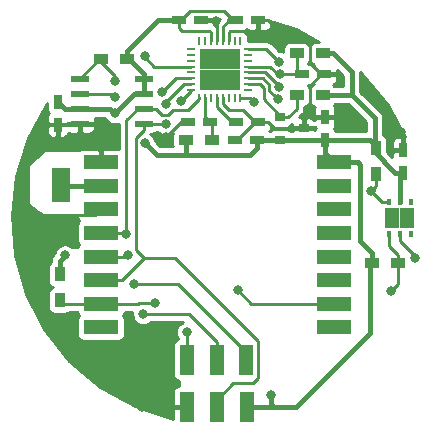
<source format=gtl>
G04 #@! TF.GenerationSoftware,KiCad,Pcbnew,no-vcs-found-7500~57~ubuntu16.04.1*
G04 #@! TF.CreationDate,2017-01-23T15:50:57+02:00*
G04 #@! TF.ProjectId,temperature_humidity,74656D70657261747572655F68756D69,rev?*
G04 #@! TF.FileFunction,Copper,L1,Top,Signal*
G04 #@! TF.FilePolarity,Positive*
%FSLAX46Y46*%
G04 Gerber Fmt 4.6, Leading zero omitted, Abs format (unit mm)*
G04 Created by KiCad (PCBNEW no-vcs-found-7500~57~ubuntu16.04.1) date Mon Jan 23 15:50:57 2017*
%MOMM*%
%LPD*%
G01*
G04 APERTURE LIST*
%ADD10C,0.100000*%
%ADD11R,1.270000X2.500000*%
%ADD12R,1.200000X0.750000*%
%ADD13R,0.750000X1.200000*%
%ADD14R,1.725000X1.725000*%
%ADD15R,0.700000X0.250000*%
%ADD16R,0.250000X0.700000*%
%ADD17R,1.500000X3.000000*%
%ADD18R,1.200000X0.900000*%
%ADD19R,0.900000X1.200000*%
%ADD20R,1.550000X0.600000*%
%ADD21R,0.900000X0.800000*%
%ADD22R,1.300000X0.850000*%
%ADD23R,0.450000X0.630000*%
%ADD24R,3.000000X1.200000*%
%ADD25C,0.800000*%
%ADD26C,0.250000*%
%ADD27C,0.450000*%
%ADD28C,0.254000*%
G04 APERTURE END LIST*
D10*
D11*
X119380000Y-102838000D03*
X116840000Y-102838000D03*
X114300000Y-102838000D03*
X114300000Y-98838000D03*
X116840000Y-98838000D03*
X119340000Y-98838000D03*
D12*
X113604000Y-70104000D03*
X115504000Y-70104000D03*
X116266000Y-78740000D03*
X114366000Y-78740000D03*
X120330000Y-70104000D03*
X118430000Y-70104000D03*
X120330000Y-78740000D03*
X118430000Y-78740000D03*
D13*
X103378000Y-78928000D03*
X103378000Y-77028000D03*
D12*
X124018000Y-74676000D03*
X125918000Y-74676000D03*
X118364000Y-80264000D03*
X120264000Y-80264000D03*
D13*
X132588000Y-81092000D03*
X132588000Y-82992000D03*
X125984000Y-80198000D03*
X125984000Y-78298000D03*
D14*
X117956500Y-73406000D03*
X116231500Y-73406000D03*
X117956500Y-75131000D03*
X116231500Y-75131000D03*
D15*
X119494000Y-72518500D03*
X119494000Y-73018500D03*
X119494000Y-73518500D03*
X119494000Y-74018500D03*
X119494000Y-74518500D03*
X119494000Y-75018500D03*
X119494000Y-75518500D03*
X119494000Y-76018500D03*
D16*
X118844000Y-76668500D03*
X118344000Y-76668500D03*
X117844000Y-76668500D03*
X117344000Y-76668500D03*
X116844000Y-76668500D03*
X116344000Y-76668500D03*
X115844000Y-76668500D03*
X115344000Y-76668500D03*
D15*
X114694000Y-76018500D03*
X114694000Y-75518500D03*
X114694000Y-75018500D03*
X114694000Y-74518500D03*
X114694000Y-74018500D03*
X114694000Y-73518500D03*
X114694000Y-73018500D03*
X114694000Y-72518500D03*
D16*
X115344000Y-71868500D03*
X115844000Y-71868500D03*
X116344000Y-71868500D03*
X116844000Y-71868500D03*
X117344000Y-71868500D03*
X117844000Y-71868500D03*
X118344000Y-71868500D03*
X118844000Y-71868500D03*
D17*
X103632000Y-84020000D03*
D18*
X107020000Y-73406000D03*
X109220000Y-73406000D03*
X123614000Y-76454000D03*
X125814000Y-76454000D03*
X123614000Y-72898000D03*
X125814000Y-72898000D03*
D19*
X130302000Y-80942000D03*
X130302000Y-83142000D03*
D18*
X132164000Y-90678000D03*
X129964000Y-90678000D03*
D19*
X103548000Y-91610000D03*
X103548000Y-93810000D03*
D20*
X110650000Y-75057000D03*
X110650000Y-76327000D03*
X110650000Y-77597000D03*
X110650000Y-78867000D03*
X105250000Y-78867000D03*
X105250000Y-77597000D03*
X105250000Y-76327000D03*
X105250000Y-75057000D03*
D21*
X124206000Y-79248000D03*
X122206000Y-80198000D03*
X122206000Y-78298000D03*
D22*
X131684000Y-87293000D03*
X132984000Y-87293000D03*
X131684000Y-86443000D03*
X132984000Y-86443000D03*
D23*
X131384000Y-85528000D03*
X132334000Y-85528000D03*
X133284000Y-85528000D03*
X133284000Y-88208000D03*
X132334000Y-88208000D03*
X131384000Y-88208000D03*
D24*
X107046000Y-96106000D03*
X107046000Y-94106000D03*
X107046000Y-92106000D03*
X107046000Y-90106000D03*
X107046000Y-88106000D03*
X107046000Y-86106000D03*
X107046000Y-84106000D03*
X107046000Y-82106000D03*
X126746000Y-82106000D03*
X126746000Y-84106000D03*
X126746000Y-86106000D03*
X126746000Y-88106000D03*
X126746000Y-90106000D03*
X126746000Y-92106000D03*
X126746000Y-94106000D03*
X126746000Y-96106000D03*
D18*
X116416000Y-80264000D03*
X114216000Y-80264000D03*
D25*
X133600000Y-90200000D03*
X112522000Y-80010000D03*
X128200000Y-78200000D03*
X132400000Y-79600000D03*
X116796975Y-70121872D03*
X110490000Y-102870000D03*
X122193044Y-74682769D03*
X114300000Y-96520000D03*
X121400000Y-101800000D03*
X104000000Y-90000000D03*
X110744000Y-80518000D03*
X108204000Y-77978000D03*
X108200000Y-76600000D03*
X109824990Y-92456000D03*
X109330023Y-90009577D03*
X113792000Y-76948990D03*
X109193988Y-88200000D03*
X110600000Y-94999992D03*
X112521500Y-78914469D03*
X112548011Y-77230892D03*
X122134383Y-73634397D03*
X118618000Y-92963988D03*
X112212039Y-76175931D03*
X111599994Y-94000000D03*
X122078199Y-75731036D03*
X129875010Y-84582000D03*
X122050023Y-76798569D03*
X131609790Y-93000000D03*
X108200008Y-75200000D03*
X110744000Y-73152000D03*
X119999992Y-77000000D03*
D26*
X107046000Y-86106000D02*
X106552000Y-86600000D01*
X106552000Y-86600000D02*
X102416000Y-86600000D01*
X102416000Y-86600000D02*
X102108000Y-86908000D01*
X102108000Y-86908000D02*
X102108000Y-88646000D01*
X103378000Y-78928000D02*
X102472000Y-78928000D01*
X102472000Y-78928000D02*
X100800000Y-80600000D01*
X100800000Y-87338000D02*
X102108000Y-88646000D01*
X100800000Y-80600000D02*
X100800000Y-87338000D01*
X107046000Y-82106000D02*
X107046000Y-81246000D01*
X107046000Y-81246000D02*
X105250000Y-79450000D01*
X105250000Y-79450000D02*
X105250000Y-78867000D01*
X132334000Y-88208000D02*
X132334000Y-88773000D01*
X132334000Y-88773000D02*
X133600000Y-90039000D01*
X133600000Y-90039000D02*
X133600000Y-90200000D01*
X117344000Y-76568000D02*
X117344000Y-77212000D01*
X117344000Y-77212000D02*
X117856000Y-77724000D01*
X117856000Y-77724000D02*
X119089000Y-77724000D01*
X119089000Y-77724000D02*
X120105000Y-78740000D01*
X120105000Y-78740000D02*
X120330000Y-78740000D01*
X113792000Y-78740000D02*
X112522000Y-80010000D01*
X114366000Y-78740000D02*
X113792000Y-78740000D01*
X125984000Y-78298000D02*
X128102000Y-78298000D01*
X128102000Y-78298000D02*
X128200000Y-78200000D01*
X120330000Y-70104000D02*
X121180000Y-70104000D01*
X121180000Y-70104000D02*
X122704000Y-71628000D01*
X122704000Y-71628000D02*
X124714000Y-71628000D01*
X132588000Y-79788000D02*
X132400000Y-79600000D01*
X132588000Y-81092000D02*
X132588000Y-79788000D01*
X120330000Y-70104000D02*
X120330000Y-70729000D01*
X117844000Y-71292220D02*
X117844000Y-71868500D01*
X120330000Y-70729000D02*
X120059000Y-71000000D01*
X117855999Y-71120001D02*
X117855999Y-71280221D01*
X120059000Y-71000000D02*
X117976000Y-71000000D01*
X117976000Y-71000000D02*
X117855999Y-71120001D01*
X117855999Y-71280221D02*
X117844000Y-71292220D01*
X116844000Y-70168897D02*
X116796975Y-70121872D01*
X116779103Y-70104000D02*
X116796975Y-70121872D01*
X115504000Y-70104000D02*
X116779103Y-70104000D01*
X116844000Y-71868500D02*
X116844000Y-70168897D01*
X120330000Y-70104000D02*
X120105000Y-70104000D01*
X124714000Y-71628000D02*
X124714000Y-73697000D01*
X124714000Y-73697000D02*
X125693000Y-74676000D01*
X125693000Y-74676000D02*
X125918000Y-74676000D01*
X132654000Y-81092000D02*
X132588000Y-81092000D01*
X120330000Y-78740000D02*
X121180000Y-78740000D01*
X121180000Y-78740000D02*
X121688000Y-79248000D01*
X121688000Y-79248000D02*
X124206000Y-79248000D01*
X125984000Y-78298000D02*
X124714000Y-78298000D01*
X124714000Y-78298000D02*
X124506000Y-78298000D01*
X125693000Y-74676000D02*
X124714000Y-75655000D01*
X124714000Y-75655000D02*
X124714000Y-78298000D01*
X102108000Y-88646000D02*
X102108000Y-94742000D01*
X102108000Y-94742000D02*
X110236000Y-102870000D01*
X110236000Y-102870000D02*
X110490000Y-102870000D01*
X114300000Y-102838000D02*
X110522000Y-102838000D01*
X110522000Y-102838000D02*
X110490000Y-102870000D01*
X118364000Y-80264000D02*
X118589000Y-80264000D01*
X118589000Y-80264000D02*
X120113000Y-78740000D01*
X120113000Y-78740000D02*
X120330000Y-78740000D01*
X124506000Y-78298000D02*
X124206000Y-78598000D01*
X124206000Y-78598000D02*
X124206000Y-79248000D01*
X105250000Y-78867000D02*
X103439000Y-78867000D01*
X103439000Y-78867000D02*
X103378000Y-78928000D01*
X118164878Y-78740000D02*
X118430000Y-78740000D01*
X116844000Y-77419122D02*
X118164878Y-78740000D01*
X116844000Y-76568000D02*
X116844000Y-77419122D01*
X122199813Y-74676000D02*
X122193044Y-74682769D01*
X124018000Y-74676000D02*
X122199813Y-74676000D01*
X119494000Y-74018500D02*
X121319363Y-74018500D01*
X121319363Y-74018500D02*
X121983632Y-74682769D01*
X121983632Y-74682769D02*
X122193044Y-74682769D01*
X114300000Y-96520000D02*
X114300000Y-98838000D01*
X123614000Y-72898000D02*
X123614000Y-74338000D01*
X123614000Y-74338000D02*
X123952000Y-74676000D01*
X123952000Y-74676000D02*
X124018000Y-74676000D01*
D27*
X121400000Y-102572000D02*
X121400000Y-101800000D01*
X121666000Y-102838000D02*
X121400000Y-102572000D01*
X129964000Y-90678000D02*
X129800000Y-90842000D01*
X129800000Y-90842000D02*
X129800000Y-96600000D01*
X129800000Y-96600000D02*
X123562000Y-102838000D01*
X123562000Y-102838000D02*
X121666000Y-102838000D01*
X103548000Y-90452000D02*
X104000000Y-90000000D01*
X103548000Y-91610000D02*
X103548000Y-90452000D01*
X114786000Y-81534000D02*
X114334000Y-81534000D01*
X114334000Y-81534000D02*
X114216000Y-81416000D01*
X114216000Y-81416000D02*
X114216000Y-80264000D01*
X114786000Y-81534000D02*
X111760000Y-81534000D01*
X111760000Y-81534000D02*
X110744000Y-80518000D01*
X128254000Y-76454000D02*
X128254000Y-74488000D01*
X125814000Y-72898000D02*
X126664000Y-72898000D01*
X126664000Y-72898000D02*
X128254000Y-74488000D01*
X130200000Y-78400000D02*
X128254000Y-76454000D01*
X130200000Y-80840000D02*
X130200000Y-78400000D01*
X128254000Y-76454000D02*
X125814000Y-76454000D01*
X130302000Y-80942000D02*
X130200000Y-80840000D01*
X132588000Y-82992000D02*
X131948000Y-82992000D01*
X129798000Y-80198000D02*
X125984000Y-80198000D01*
X131948000Y-82992000D02*
X130048000Y-81092000D01*
X130048000Y-81092000D02*
X130048000Y-80448000D01*
X130048000Y-80448000D02*
X129798000Y-80198000D01*
X129964000Y-90678000D02*
X129964000Y-89764000D01*
X128776000Y-82106000D02*
X126746000Y-82106000D01*
X129964000Y-89764000D02*
X129000000Y-88800000D01*
X129000000Y-88800000D02*
X129000000Y-82330000D01*
X129000000Y-82330000D02*
X128776000Y-82106000D01*
X113829000Y-70104000D02*
X113604000Y-70104000D01*
D26*
X114586129Y-69346871D02*
X113829000Y-70104000D01*
X118205000Y-70104000D02*
X117447871Y-69346871D01*
X117447871Y-69346871D02*
X114586129Y-69346871D01*
D27*
X118430000Y-70104000D02*
X118205000Y-70104000D01*
X117910878Y-70104000D02*
X118430000Y-70104000D01*
D26*
X117344000Y-71868500D02*
X117344000Y-70670878D01*
X117344000Y-70670878D02*
X117910878Y-70104000D01*
X113604000Y-70104000D02*
X113604000Y-70729000D01*
X116344000Y-71132000D02*
X116344000Y-71868500D01*
X116212000Y-71000000D02*
X116344000Y-71132000D01*
X113875000Y-71000000D02*
X116212000Y-71000000D01*
X113604000Y-70729000D02*
X113875000Y-71000000D01*
D27*
X113604000Y-70104000D02*
X111822000Y-70104000D01*
X118364000Y-70104000D02*
X118430000Y-70104000D01*
X111822000Y-70104000D02*
X109220000Y-72706000D01*
X109220000Y-72706000D02*
X109220000Y-73406000D01*
X109370000Y-73406000D02*
X110650000Y-74686000D01*
X109220000Y-73406000D02*
X109370000Y-73406000D01*
X110650000Y-74686000D02*
X110650000Y-75057000D01*
X114216000Y-80264000D02*
X114066000Y-80264000D01*
X119380000Y-102838000D02*
X121666000Y-102838000D01*
X108204000Y-77978000D02*
X109855000Y-76327000D01*
X109855000Y-76327000D02*
X110650000Y-76327000D01*
X108204000Y-77978000D02*
X107804001Y-77578001D01*
X107804001Y-77578001D02*
X107333999Y-77578001D01*
X107333999Y-77578001D02*
X107315000Y-77597000D01*
X120264000Y-80264000D02*
X120264000Y-80889000D01*
X120264000Y-80889000D02*
X119619000Y-81534000D01*
X119619000Y-81534000D02*
X114786000Y-81534000D01*
X110650000Y-75057000D02*
X110650000Y-76327000D01*
X125984000Y-80198000D02*
X125984000Y-81344000D01*
X125984000Y-81344000D02*
X126746000Y-82106000D01*
X107315000Y-77597000D02*
X105250000Y-77597000D01*
X132334000Y-85528000D02*
X132334000Y-83246000D01*
X132334000Y-83246000D02*
X132588000Y-82992000D01*
X120264000Y-80264000D02*
X122140000Y-80264000D01*
X122140000Y-80264000D02*
X122206000Y-80198000D01*
X122206000Y-80198000D02*
X125984000Y-80198000D01*
X105250000Y-77597000D02*
X103947000Y-77597000D01*
X103947000Y-77597000D02*
X103378000Y-77028000D01*
D26*
X107927000Y-76327000D02*
X108200000Y-76600000D01*
X105250000Y-76327000D02*
X107927000Y-76327000D01*
X119340000Y-98223000D02*
X113573000Y-92456000D01*
X113573000Y-92456000D02*
X109824990Y-92456000D01*
X119340000Y-98838000D02*
X119340000Y-98223000D01*
X114694000Y-76018500D02*
X114694000Y-76046990D01*
X114694000Y-76046990D02*
X113792000Y-76948990D01*
X109233600Y-90106000D02*
X109330023Y-90009577D01*
X107046000Y-90106000D02*
X109233600Y-90106000D01*
X109193988Y-78578012D02*
X109193988Y-88200000D01*
X109099988Y-88106000D02*
X109193988Y-88200000D01*
X110650000Y-77597000D02*
X110175000Y-77597000D01*
X107046000Y-88106000D02*
X109099988Y-88106000D01*
X110175000Y-77597000D02*
X109193988Y-78578012D01*
X116840000Y-98838000D02*
X116840000Y-97338000D01*
X116840000Y-97338000D02*
X114501992Y-94999992D01*
X114501992Y-94999992D02*
X110600000Y-94999992D01*
X115344000Y-76568000D02*
X115344000Y-76793000D01*
X111675000Y-77597000D02*
X110650000Y-77597000D01*
X112217468Y-78139468D02*
X111675000Y-77597000D01*
X112745534Y-78139468D02*
X112217468Y-78139468D01*
X113161002Y-77724000D02*
X112745534Y-78139468D01*
X115344000Y-76793000D02*
X114413000Y-77724000D01*
X114413000Y-77724000D02*
X113161002Y-77724000D01*
X107014000Y-88138000D02*
X107046000Y-88106000D01*
X107946000Y-88106000D02*
X107046000Y-88106000D01*
X110650000Y-79417000D02*
X110650000Y-78867000D01*
X110650000Y-90252000D02*
X109968998Y-89570998D01*
X109968998Y-89570998D02*
X109968998Y-80098002D01*
X109968998Y-80098002D02*
X110650000Y-79417000D01*
X114694000Y-75518500D02*
X114081500Y-75518500D01*
X114081500Y-75518500D02*
X112578903Y-77021097D01*
X112578903Y-77021097D02*
X112578903Y-77200000D01*
X112578903Y-77200000D02*
X112548011Y-77230892D01*
X112474031Y-78867000D02*
X112521500Y-78914469D01*
X110650000Y-78867000D02*
X112474031Y-78867000D01*
X116840000Y-102838000D02*
X116840000Y-102223000D01*
X116840000Y-102223000D02*
X118225000Y-100838000D01*
X120350001Y-100388001D02*
X120350001Y-97287999D01*
X113314002Y-90252000D02*
X110650000Y-90252000D01*
X118225000Y-100838000D02*
X119900002Y-100838000D01*
X119900002Y-100838000D02*
X120350001Y-100388001D01*
X120350001Y-97287999D02*
X113314002Y-90252000D01*
X107046000Y-92106000D02*
X108796000Y-92106000D01*
X108796000Y-92106000D02*
X110650000Y-90252000D01*
X121018486Y-72518500D02*
X122134383Y-73634397D01*
X119494000Y-72518500D02*
X121018486Y-72518500D01*
X119760012Y-94106000D02*
X118618000Y-92963988D01*
X126746000Y-94106000D02*
X119760012Y-94106000D01*
X113369470Y-75018500D02*
X112212039Y-76175931D01*
X114694000Y-75018500D02*
X113369470Y-75018500D01*
X110252996Y-94000000D02*
X111599994Y-94000000D01*
X110146996Y-94106000D02*
X110252996Y-94000000D01*
X107046000Y-94106000D02*
X110146996Y-94106000D01*
X107046000Y-94106000D02*
X103844000Y-94106000D01*
X103844000Y-94106000D02*
X103548000Y-93810000D01*
D27*
X107046000Y-84106000D02*
X103718000Y-84106000D01*
D26*
X103718000Y-84106000D02*
X103632000Y-84020000D01*
X119494000Y-75518500D02*
X120518500Y-75518500D01*
X120518500Y-75518500D02*
X120800000Y-75800000D01*
X120800000Y-75800000D02*
X120800000Y-76800000D01*
X120800000Y-76800000D02*
X122206000Y-78206000D01*
X122206000Y-78206000D02*
X122206000Y-78298000D01*
X122206000Y-78298000D02*
X122906000Y-78298000D01*
X122906000Y-78298000D02*
X123614000Y-77590000D01*
X123614000Y-77590000D02*
X123614000Y-76454000D01*
X119494000Y-74518500D02*
X120932744Y-74518500D01*
X120932744Y-74518500D02*
X122078199Y-75663955D01*
X122078199Y-75663955D02*
X122078199Y-75731036D01*
X131384000Y-85528000D02*
X130821010Y-85528000D01*
X130302000Y-84155010D02*
X129875010Y-84582000D01*
X130821010Y-85528000D02*
X129875010Y-84582000D01*
X130302000Y-83142000D02*
X130302000Y-84155010D01*
X121650024Y-76398570D02*
X122050023Y-76798569D01*
X121649703Y-76398570D02*
X121650024Y-76398570D01*
X120725622Y-75018500D02*
X121300011Y-75592889D01*
X121300011Y-76048878D02*
X121649703Y-76398570D01*
X119494000Y-75018500D02*
X120725622Y-75018500D01*
X121300011Y-75592889D02*
X121300011Y-76048878D01*
X132164000Y-90678000D02*
X132164000Y-92445790D01*
X132164000Y-92445790D02*
X131609790Y-93000000D01*
X132164000Y-90678000D02*
X132164000Y-89978000D01*
X132164000Y-89978000D02*
X131384000Y-89198000D01*
X131384000Y-89198000D02*
X131384000Y-88208000D01*
X107020000Y-73406000D02*
X107020000Y-73620000D01*
X107020000Y-73620000D02*
X108200008Y-74800008D01*
X108200008Y-74800008D02*
X108200008Y-75200000D01*
X114694000Y-74018500D02*
X111557502Y-74018500D01*
X111557502Y-74018500D02*
X110744000Y-73204998D01*
X110744000Y-73204998D02*
X110744000Y-73152000D01*
X107020000Y-73406000D02*
X106901000Y-73406000D01*
X106901000Y-73406000D02*
X105250000Y-75057000D01*
X115844000Y-76568000D02*
X115844000Y-78318000D01*
X115844000Y-78318000D02*
X116266000Y-78740000D01*
X116416000Y-80264000D02*
X116416000Y-78890000D01*
X116416000Y-78890000D02*
X116266000Y-78740000D01*
X119668492Y-76668500D02*
X119999992Y-77000000D01*
X118844000Y-76668500D02*
X119668492Y-76668500D01*
D28*
G36*
X102473451Y-77628000D02*
X102483626Y-77731310D01*
X102513761Y-77830650D01*
X102562696Y-77922202D01*
X102608137Y-77977572D01*
X102593652Y-77992057D01*
X102535979Y-78078372D01*
X102496252Y-78174280D01*
X102476000Y-78276095D01*
X102476000Y-78723250D01*
X102607750Y-78855000D01*
X103305000Y-78855000D01*
X103305000Y-78835000D01*
X103451000Y-78835000D01*
X103451000Y-78855000D01*
X104148250Y-78855000D01*
X104209250Y-78794000D01*
X105177000Y-78794000D01*
X105177000Y-78774000D01*
X105323000Y-78774000D01*
X105323000Y-78794000D01*
X106420250Y-78794000D01*
X106552000Y-78662250D01*
X106552000Y-78515095D01*
X106531748Y-78413280D01*
X106505122Y-78349000D01*
X107315000Y-78349000D01*
X107352382Y-78345335D01*
X107375522Y-78403780D01*
X107474001Y-78556590D01*
X107600286Y-78687362D01*
X107749566Y-78791114D01*
X107916155Y-78863895D01*
X108093708Y-78902932D01*
X108275463Y-78906740D01*
X108454495Y-78875171D01*
X108541988Y-78841235D01*
X108541988Y-80979000D01*
X107250750Y-80979000D01*
X107119000Y-81110750D01*
X107119000Y-82033000D01*
X107139000Y-82033000D01*
X107139000Y-82179000D01*
X107119000Y-82179000D01*
X107119000Y-82199000D01*
X106973000Y-82199000D01*
X106973000Y-82179000D01*
X106953000Y-82179000D01*
X106953000Y-82033000D01*
X106973000Y-82033000D01*
X106973000Y-81110750D01*
X106841250Y-80979000D01*
X105494095Y-80979000D01*
X105392280Y-80999252D01*
X105296372Y-81038979D01*
X105235028Y-81079967D01*
X105200000Y-81073000D01*
X102400000Y-81073000D01*
X102360541Y-81079285D01*
X102317349Y-81103574D01*
X100917349Y-82303574D01*
X100882667Y-82351399D01*
X100873000Y-82400000D01*
X100873000Y-85600000D01*
X100890720Y-85664706D01*
X100923800Y-85701600D01*
X101723800Y-86301600D01*
X101729553Y-86305670D01*
X102329553Y-86705670D01*
X102400000Y-86727000D01*
X105019000Y-86727000D01*
X105019000Y-86757905D01*
X105039252Y-86859720D01*
X105078979Y-86955628D01*
X105136652Y-87041943D01*
X105201601Y-87106892D01*
X105171552Y-87131552D01*
X105105696Y-87211798D01*
X105056761Y-87303350D01*
X105026626Y-87402690D01*
X105016451Y-87506000D01*
X105016451Y-88706000D01*
X105026626Y-88809310D01*
X105056761Y-88908650D01*
X105105696Y-89000202D01*
X105171552Y-89080448D01*
X105202687Y-89106000D01*
X105171552Y-89131552D01*
X105105696Y-89211798D01*
X105072983Y-89273000D01*
X104579996Y-89273000D01*
X104443037Y-89180621D01*
X104275448Y-89110173D01*
X104097367Y-89073618D01*
X103915577Y-89072349D01*
X103737003Y-89106413D01*
X103568447Y-89174515D01*
X103416328Y-89274058D01*
X103286441Y-89401253D01*
X103183733Y-89551254D01*
X103112117Y-89718347D01*
X103083491Y-89853021D01*
X103016256Y-89920256D01*
X102972174Y-89973922D01*
X102927515Y-90027145D01*
X102925610Y-90030611D01*
X102923100Y-90033666D01*
X102890280Y-90094875D01*
X102856810Y-90155756D01*
X102855614Y-90159526D01*
X102853746Y-90163010D01*
X102833438Y-90229434D01*
X102812433Y-90295650D01*
X102811992Y-90299579D01*
X102810836Y-90303361D01*
X102803820Y-90372439D01*
X102796073Y-90441500D01*
X102796019Y-90449235D01*
X102796005Y-90449375D01*
X102796017Y-90449506D01*
X102796000Y-90452000D01*
X102796000Y-90576096D01*
X102723552Y-90635552D01*
X102657696Y-90715798D01*
X102608761Y-90807350D01*
X102578626Y-90906690D01*
X102568451Y-91010000D01*
X102568451Y-92210000D01*
X102578626Y-92313310D01*
X102608761Y-92412650D01*
X102657696Y-92504202D01*
X102723552Y-92584448D01*
X102803798Y-92650304D01*
X102895350Y-92699239D01*
X102930824Y-92710000D01*
X102895350Y-92720761D01*
X102803798Y-92769696D01*
X102723552Y-92835552D01*
X102657696Y-92915798D01*
X102608761Y-93007350D01*
X102578626Y-93106690D01*
X102568451Y-93210000D01*
X102568451Y-94410000D01*
X102578626Y-94513310D01*
X102608761Y-94612650D01*
X102657696Y-94704202D01*
X102723552Y-94784448D01*
X102803798Y-94850304D01*
X102895350Y-94899239D01*
X102994690Y-94929374D01*
X103098000Y-94939549D01*
X103998000Y-94939549D01*
X104101310Y-94929374D01*
X104200650Y-94899239D01*
X104292202Y-94850304D01*
X104372448Y-94784448D01*
X104394153Y-94758000D01*
X105021572Y-94758000D01*
X105026626Y-94809310D01*
X105056761Y-94908650D01*
X105105696Y-95000202D01*
X105171552Y-95080448D01*
X105202687Y-95106000D01*
X105171552Y-95131552D01*
X105105696Y-95211798D01*
X105056761Y-95303350D01*
X105026626Y-95402690D01*
X105016451Y-95506000D01*
X105016451Y-96706000D01*
X105026626Y-96809310D01*
X105056761Y-96908650D01*
X105105696Y-97000202D01*
X105171552Y-97080448D01*
X105251798Y-97146304D01*
X105343350Y-97195239D01*
X105442690Y-97225374D01*
X105546000Y-97235549D01*
X108546000Y-97235549D01*
X108649310Y-97225374D01*
X108748650Y-97195239D01*
X108840202Y-97146304D01*
X108920448Y-97080448D01*
X108986304Y-97000202D01*
X109035239Y-96908650D01*
X109065374Y-96809310D01*
X109075549Y-96706000D01*
X109075549Y-95506000D01*
X109065374Y-95402690D01*
X109035239Y-95303350D01*
X108986304Y-95211798D01*
X108920448Y-95131552D01*
X108889313Y-95106000D01*
X108920448Y-95080448D01*
X108986304Y-95000202D01*
X109035239Y-94908650D01*
X109065374Y-94809310D01*
X109070428Y-94758000D01*
X109703687Y-94758000D01*
X109674320Y-94896160D01*
X109671782Y-95077937D01*
X109704599Y-95256744D01*
X109771522Y-95425772D01*
X109870001Y-95578582D01*
X109996286Y-95709354D01*
X110145566Y-95813106D01*
X110312155Y-95885887D01*
X110489708Y-95924924D01*
X110671463Y-95928732D01*
X110850495Y-95897163D01*
X111019986Y-95831422D01*
X111173479Y-95734012D01*
X111259609Y-95651992D01*
X113973694Y-95651992D01*
X113868447Y-95694515D01*
X113716328Y-95794058D01*
X113586441Y-95921253D01*
X113483733Y-96071254D01*
X113412117Y-96238347D01*
X113374320Y-96416168D01*
X113371782Y-96597945D01*
X113404599Y-96776752D01*
X113471522Y-96945780D01*
X113552489Y-97071417D01*
X113462350Y-97098761D01*
X113370798Y-97147696D01*
X113290552Y-97213552D01*
X113224696Y-97293798D01*
X113175761Y-97385350D01*
X113145626Y-97484690D01*
X113135451Y-97588000D01*
X113135451Y-100088000D01*
X113145626Y-100191310D01*
X113175761Y-100290650D01*
X113224696Y-100382202D01*
X113290552Y-100462448D01*
X113370798Y-100528304D01*
X113462350Y-100577239D01*
X113561690Y-100607374D01*
X113665000Y-100617549D01*
X113673000Y-100617549D01*
X113673000Y-101061000D01*
X113613095Y-101061000D01*
X113511280Y-101081252D01*
X113415372Y-101120979D01*
X113329057Y-101178652D01*
X113255652Y-101252057D01*
X113197979Y-101338372D01*
X113158252Y-101434280D01*
X113138000Y-101536095D01*
X113138000Y-102633250D01*
X113269750Y-102765000D01*
X113673000Y-102765000D01*
X113673000Y-102911000D01*
X113269750Y-102911000D01*
X113138000Y-103042750D01*
X113138000Y-103828217D01*
X113111743Y-103825086D01*
X109889098Y-102777985D01*
X106931212Y-101124878D01*
X104350748Y-98928731D01*
X102245995Y-96273194D01*
X100697124Y-93259417D01*
X99763130Y-90002192D01*
X99479588Y-86625587D01*
X99857300Y-83258216D01*
X100881877Y-80028340D01*
X101374231Y-79132750D01*
X102476000Y-79132750D01*
X102476000Y-79579905D01*
X102496252Y-79681720D01*
X102535979Y-79777628D01*
X102593652Y-79863943D01*
X102667057Y-79937348D01*
X102753372Y-79995021D01*
X102849280Y-80034748D01*
X102951095Y-80055000D01*
X103173250Y-80055000D01*
X103305000Y-79923250D01*
X103305000Y-79001000D01*
X103451000Y-79001000D01*
X103451000Y-79923250D01*
X103582750Y-80055000D01*
X103804905Y-80055000D01*
X103906720Y-80034748D01*
X104002628Y-79995021D01*
X104088943Y-79937348D01*
X104162348Y-79863943D01*
X104220021Y-79777628D01*
X104259748Y-79681720D01*
X104265897Y-79650807D01*
X104321280Y-79673748D01*
X104423095Y-79694000D01*
X105045250Y-79694000D01*
X105177000Y-79562250D01*
X105177000Y-78940000D01*
X105323000Y-78940000D01*
X105323000Y-79562250D01*
X105454750Y-79694000D01*
X106076905Y-79694000D01*
X106178720Y-79673748D01*
X106274628Y-79634021D01*
X106360943Y-79576348D01*
X106434348Y-79502943D01*
X106492021Y-79416628D01*
X106531748Y-79320720D01*
X106552000Y-79218905D01*
X106552000Y-79071750D01*
X106420250Y-78940000D01*
X105323000Y-78940000D01*
X105177000Y-78940000D01*
X104079750Y-78940000D01*
X104018750Y-79001000D01*
X103451000Y-79001000D01*
X103305000Y-79001000D01*
X102607750Y-79001000D01*
X102476000Y-79132750D01*
X101374231Y-79132750D01*
X102473451Y-77133277D01*
X102473451Y-77628000D01*
X102473451Y-77628000D01*
G37*
X102473451Y-77628000D02*
X102483626Y-77731310D01*
X102513761Y-77830650D01*
X102562696Y-77922202D01*
X102608137Y-77977572D01*
X102593652Y-77992057D01*
X102535979Y-78078372D01*
X102496252Y-78174280D01*
X102476000Y-78276095D01*
X102476000Y-78723250D01*
X102607750Y-78855000D01*
X103305000Y-78855000D01*
X103305000Y-78835000D01*
X103451000Y-78835000D01*
X103451000Y-78855000D01*
X104148250Y-78855000D01*
X104209250Y-78794000D01*
X105177000Y-78794000D01*
X105177000Y-78774000D01*
X105323000Y-78774000D01*
X105323000Y-78794000D01*
X106420250Y-78794000D01*
X106552000Y-78662250D01*
X106552000Y-78515095D01*
X106531748Y-78413280D01*
X106505122Y-78349000D01*
X107315000Y-78349000D01*
X107352382Y-78345335D01*
X107375522Y-78403780D01*
X107474001Y-78556590D01*
X107600286Y-78687362D01*
X107749566Y-78791114D01*
X107916155Y-78863895D01*
X108093708Y-78902932D01*
X108275463Y-78906740D01*
X108454495Y-78875171D01*
X108541988Y-78841235D01*
X108541988Y-80979000D01*
X107250750Y-80979000D01*
X107119000Y-81110750D01*
X107119000Y-82033000D01*
X107139000Y-82033000D01*
X107139000Y-82179000D01*
X107119000Y-82179000D01*
X107119000Y-82199000D01*
X106973000Y-82199000D01*
X106973000Y-82179000D01*
X106953000Y-82179000D01*
X106953000Y-82033000D01*
X106973000Y-82033000D01*
X106973000Y-81110750D01*
X106841250Y-80979000D01*
X105494095Y-80979000D01*
X105392280Y-80999252D01*
X105296372Y-81038979D01*
X105235028Y-81079967D01*
X105200000Y-81073000D01*
X102400000Y-81073000D01*
X102360541Y-81079285D01*
X102317349Y-81103574D01*
X100917349Y-82303574D01*
X100882667Y-82351399D01*
X100873000Y-82400000D01*
X100873000Y-85600000D01*
X100890720Y-85664706D01*
X100923800Y-85701600D01*
X101723800Y-86301600D01*
X101729553Y-86305670D01*
X102329553Y-86705670D01*
X102400000Y-86727000D01*
X105019000Y-86727000D01*
X105019000Y-86757905D01*
X105039252Y-86859720D01*
X105078979Y-86955628D01*
X105136652Y-87041943D01*
X105201601Y-87106892D01*
X105171552Y-87131552D01*
X105105696Y-87211798D01*
X105056761Y-87303350D01*
X105026626Y-87402690D01*
X105016451Y-87506000D01*
X105016451Y-88706000D01*
X105026626Y-88809310D01*
X105056761Y-88908650D01*
X105105696Y-89000202D01*
X105171552Y-89080448D01*
X105202687Y-89106000D01*
X105171552Y-89131552D01*
X105105696Y-89211798D01*
X105072983Y-89273000D01*
X104579996Y-89273000D01*
X104443037Y-89180621D01*
X104275448Y-89110173D01*
X104097367Y-89073618D01*
X103915577Y-89072349D01*
X103737003Y-89106413D01*
X103568447Y-89174515D01*
X103416328Y-89274058D01*
X103286441Y-89401253D01*
X103183733Y-89551254D01*
X103112117Y-89718347D01*
X103083491Y-89853021D01*
X103016256Y-89920256D01*
X102972174Y-89973922D01*
X102927515Y-90027145D01*
X102925610Y-90030611D01*
X102923100Y-90033666D01*
X102890280Y-90094875D01*
X102856810Y-90155756D01*
X102855614Y-90159526D01*
X102853746Y-90163010D01*
X102833438Y-90229434D01*
X102812433Y-90295650D01*
X102811992Y-90299579D01*
X102810836Y-90303361D01*
X102803820Y-90372439D01*
X102796073Y-90441500D01*
X102796019Y-90449235D01*
X102796005Y-90449375D01*
X102796017Y-90449506D01*
X102796000Y-90452000D01*
X102796000Y-90576096D01*
X102723552Y-90635552D01*
X102657696Y-90715798D01*
X102608761Y-90807350D01*
X102578626Y-90906690D01*
X102568451Y-91010000D01*
X102568451Y-92210000D01*
X102578626Y-92313310D01*
X102608761Y-92412650D01*
X102657696Y-92504202D01*
X102723552Y-92584448D01*
X102803798Y-92650304D01*
X102895350Y-92699239D01*
X102930824Y-92710000D01*
X102895350Y-92720761D01*
X102803798Y-92769696D01*
X102723552Y-92835552D01*
X102657696Y-92915798D01*
X102608761Y-93007350D01*
X102578626Y-93106690D01*
X102568451Y-93210000D01*
X102568451Y-94410000D01*
X102578626Y-94513310D01*
X102608761Y-94612650D01*
X102657696Y-94704202D01*
X102723552Y-94784448D01*
X102803798Y-94850304D01*
X102895350Y-94899239D01*
X102994690Y-94929374D01*
X103098000Y-94939549D01*
X103998000Y-94939549D01*
X104101310Y-94929374D01*
X104200650Y-94899239D01*
X104292202Y-94850304D01*
X104372448Y-94784448D01*
X104394153Y-94758000D01*
X105021572Y-94758000D01*
X105026626Y-94809310D01*
X105056761Y-94908650D01*
X105105696Y-95000202D01*
X105171552Y-95080448D01*
X105202687Y-95106000D01*
X105171552Y-95131552D01*
X105105696Y-95211798D01*
X105056761Y-95303350D01*
X105026626Y-95402690D01*
X105016451Y-95506000D01*
X105016451Y-96706000D01*
X105026626Y-96809310D01*
X105056761Y-96908650D01*
X105105696Y-97000202D01*
X105171552Y-97080448D01*
X105251798Y-97146304D01*
X105343350Y-97195239D01*
X105442690Y-97225374D01*
X105546000Y-97235549D01*
X108546000Y-97235549D01*
X108649310Y-97225374D01*
X108748650Y-97195239D01*
X108840202Y-97146304D01*
X108920448Y-97080448D01*
X108986304Y-97000202D01*
X109035239Y-96908650D01*
X109065374Y-96809310D01*
X109075549Y-96706000D01*
X109075549Y-95506000D01*
X109065374Y-95402690D01*
X109035239Y-95303350D01*
X108986304Y-95211798D01*
X108920448Y-95131552D01*
X108889313Y-95106000D01*
X108920448Y-95080448D01*
X108986304Y-95000202D01*
X109035239Y-94908650D01*
X109065374Y-94809310D01*
X109070428Y-94758000D01*
X109703687Y-94758000D01*
X109674320Y-94896160D01*
X109671782Y-95077937D01*
X109704599Y-95256744D01*
X109771522Y-95425772D01*
X109870001Y-95578582D01*
X109996286Y-95709354D01*
X110145566Y-95813106D01*
X110312155Y-95885887D01*
X110489708Y-95924924D01*
X110671463Y-95928732D01*
X110850495Y-95897163D01*
X111019986Y-95831422D01*
X111173479Y-95734012D01*
X111259609Y-95651992D01*
X113973694Y-95651992D01*
X113868447Y-95694515D01*
X113716328Y-95794058D01*
X113586441Y-95921253D01*
X113483733Y-96071254D01*
X113412117Y-96238347D01*
X113374320Y-96416168D01*
X113371782Y-96597945D01*
X113404599Y-96776752D01*
X113471522Y-96945780D01*
X113552489Y-97071417D01*
X113462350Y-97098761D01*
X113370798Y-97147696D01*
X113290552Y-97213552D01*
X113224696Y-97293798D01*
X113175761Y-97385350D01*
X113145626Y-97484690D01*
X113135451Y-97588000D01*
X113135451Y-100088000D01*
X113145626Y-100191310D01*
X113175761Y-100290650D01*
X113224696Y-100382202D01*
X113290552Y-100462448D01*
X113370798Y-100528304D01*
X113462350Y-100577239D01*
X113561690Y-100607374D01*
X113665000Y-100617549D01*
X113673000Y-100617549D01*
X113673000Y-101061000D01*
X113613095Y-101061000D01*
X113511280Y-101081252D01*
X113415372Y-101120979D01*
X113329057Y-101178652D01*
X113255652Y-101252057D01*
X113197979Y-101338372D01*
X113158252Y-101434280D01*
X113138000Y-101536095D01*
X113138000Y-102633250D01*
X113269750Y-102765000D01*
X113673000Y-102765000D01*
X113673000Y-102911000D01*
X113269750Y-102911000D01*
X113138000Y-103042750D01*
X113138000Y-103828217D01*
X113111743Y-103825086D01*
X109889098Y-102777985D01*
X106931212Y-101124878D01*
X104350748Y-98928731D01*
X102245995Y-96273194D01*
X100697124Y-93259417D01*
X99763130Y-90002192D01*
X99479588Y-86625587D01*
X99857300Y-83258216D01*
X100881877Y-80028340D01*
X101374231Y-79132750D01*
X102476000Y-79132750D01*
X102476000Y-79579905D01*
X102496252Y-79681720D01*
X102535979Y-79777628D01*
X102593652Y-79863943D01*
X102667057Y-79937348D01*
X102753372Y-79995021D01*
X102849280Y-80034748D01*
X102951095Y-80055000D01*
X103173250Y-80055000D01*
X103305000Y-79923250D01*
X103305000Y-79001000D01*
X103451000Y-79001000D01*
X103451000Y-79923250D01*
X103582750Y-80055000D01*
X103804905Y-80055000D01*
X103906720Y-80034748D01*
X104002628Y-79995021D01*
X104088943Y-79937348D01*
X104162348Y-79863943D01*
X104220021Y-79777628D01*
X104259748Y-79681720D01*
X104265897Y-79650807D01*
X104321280Y-79673748D01*
X104423095Y-79694000D01*
X105045250Y-79694000D01*
X105177000Y-79562250D01*
X105177000Y-78940000D01*
X105323000Y-78940000D01*
X105323000Y-79562250D01*
X105454750Y-79694000D01*
X106076905Y-79694000D01*
X106178720Y-79673748D01*
X106274628Y-79634021D01*
X106360943Y-79576348D01*
X106434348Y-79502943D01*
X106492021Y-79416628D01*
X106531748Y-79320720D01*
X106552000Y-79218905D01*
X106552000Y-79071750D01*
X106420250Y-78940000D01*
X105323000Y-78940000D01*
X105177000Y-78940000D01*
X104079750Y-78940000D01*
X104018750Y-79001000D01*
X103451000Y-79001000D01*
X103305000Y-79001000D01*
X102607750Y-79001000D01*
X102476000Y-79132750D01*
X101374231Y-79132750D01*
X102473451Y-77133277D01*
X102473451Y-77628000D01*
G36*
X107119000Y-86033000D02*
X107139000Y-86033000D01*
X107139000Y-86179000D01*
X107119000Y-86179000D01*
X107119000Y-86199000D01*
X106973000Y-86199000D01*
X106973000Y-86179000D01*
X106953000Y-86179000D01*
X106953000Y-86033000D01*
X106973000Y-86033000D01*
X106973000Y-86013000D01*
X107119000Y-86013000D01*
X107119000Y-86033000D01*
X107119000Y-86033000D01*
G37*
X107119000Y-86033000D02*
X107139000Y-86033000D01*
X107139000Y-86179000D01*
X107119000Y-86179000D01*
X107119000Y-86199000D01*
X106973000Y-86199000D01*
X106973000Y-86179000D01*
X106953000Y-86179000D01*
X106953000Y-86033000D01*
X106973000Y-86033000D01*
X106973000Y-86013000D01*
X107119000Y-86013000D01*
X107119000Y-86033000D01*
G36*
X129159641Y-74634068D02*
X131301265Y-77259958D01*
X132758025Y-79999725D01*
X132661000Y-80096750D01*
X132661000Y-81019000D01*
X132681000Y-81019000D01*
X132681000Y-81165000D01*
X132661000Y-81165000D01*
X132661000Y-81185000D01*
X132515000Y-81185000D01*
X132515000Y-81165000D01*
X131817750Y-81165000D01*
X131686000Y-81296750D01*
X131686000Y-81666512D01*
X131281549Y-81262061D01*
X131281549Y-80440095D01*
X131686000Y-80440095D01*
X131686000Y-80887250D01*
X131817750Y-81019000D01*
X132515000Y-81019000D01*
X132515000Y-80096750D01*
X132383250Y-79965000D01*
X132161095Y-79965000D01*
X132059280Y-79985252D01*
X131963372Y-80024979D01*
X131877057Y-80082652D01*
X131803652Y-80156057D01*
X131745979Y-80242372D01*
X131706252Y-80338280D01*
X131686000Y-80440095D01*
X131281549Y-80440095D01*
X131281549Y-80342000D01*
X131271374Y-80238690D01*
X131241239Y-80139350D01*
X131192304Y-80047798D01*
X131126448Y-79967552D01*
X131046202Y-79901696D01*
X130954650Y-79852761D01*
X130952000Y-79851957D01*
X130952000Y-78400000D01*
X130945222Y-78330870D01*
X130939167Y-78261669D01*
X130938064Y-78257872D01*
X130937678Y-78253936D01*
X130917605Y-78187451D01*
X130898222Y-78120731D01*
X130896401Y-78117219D01*
X130895259Y-78113435D01*
X130862664Y-78052134D01*
X130830681Y-77990432D01*
X130828213Y-77987340D01*
X130826357Y-77983850D01*
X130782494Y-77930068D01*
X130739118Y-77875732D01*
X130733686Y-77870224D01*
X130733597Y-77870115D01*
X130733496Y-77870031D01*
X130731745Y-77868256D01*
X129006000Y-76142512D01*
X129006000Y-74506965D01*
X129159641Y-74634068D01*
X129159641Y-74634068D01*
G37*
X129159641Y-74634068D02*
X131301265Y-77259958D01*
X132758025Y-79999725D01*
X132661000Y-80096750D01*
X132661000Y-81019000D01*
X132681000Y-81019000D01*
X132681000Y-81165000D01*
X132661000Y-81165000D01*
X132661000Y-81185000D01*
X132515000Y-81185000D01*
X132515000Y-81165000D01*
X131817750Y-81165000D01*
X131686000Y-81296750D01*
X131686000Y-81666512D01*
X131281549Y-81262061D01*
X131281549Y-80440095D01*
X131686000Y-80440095D01*
X131686000Y-80887250D01*
X131817750Y-81019000D01*
X132515000Y-81019000D01*
X132515000Y-80096750D01*
X132383250Y-79965000D01*
X132161095Y-79965000D01*
X132059280Y-79985252D01*
X131963372Y-80024979D01*
X131877057Y-80082652D01*
X131803652Y-80156057D01*
X131745979Y-80242372D01*
X131706252Y-80338280D01*
X131686000Y-80440095D01*
X131281549Y-80440095D01*
X131281549Y-80342000D01*
X131271374Y-80238690D01*
X131241239Y-80139350D01*
X131192304Y-80047798D01*
X131126448Y-79967552D01*
X131046202Y-79901696D01*
X130954650Y-79852761D01*
X130952000Y-79851957D01*
X130952000Y-78400000D01*
X130945222Y-78330870D01*
X130939167Y-78261669D01*
X130938064Y-78257872D01*
X130937678Y-78253936D01*
X130917605Y-78187451D01*
X130898222Y-78120731D01*
X130896401Y-78117219D01*
X130895259Y-78113435D01*
X130862664Y-78052134D01*
X130830681Y-77990432D01*
X130828213Y-77987340D01*
X130826357Y-77983850D01*
X130782494Y-77930068D01*
X130739118Y-77875732D01*
X130733686Y-77870224D01*
X130733597Y-77870115D01*
X130733496Y-77870031D01*
X130731745Y-77868256D01*
X129006000Y-76142512D01*
X129006000Y-74506965D01*
X129159641Y-74634068D01*
G36*
X111917786Y-79623831D02*
X112067066Y-79727583D01*
X112233655Y-79800364D01*
X112411208Y-79839401D01*
X112592963Y-79843209D01*
X112771995Y-79811640D01*
X112941486Y-79745899D01*
X113094979Y-79648489D01*
X113123829Y-79621016D01*
X113096626Y-79710690D01*
X113086451Y-79814000D01*
X113086451Y-80714000D01*
X113093148Y-80782000D01*
X112071488Y-80782000D01*
X111659793Y-80370305D01*
X111635729Y-80248771D01*
X111566452Y-80080694D01*
X111465849Y-79929274D01*
X111337751Y-79800278D01*
X111222506Y-79722545D01*
X111236797Y-79696549D01*
X111425000Y-79696549D01*
X111528310Y-79686374D01*
X111627650Y-79656239D01*
X111719202Y-79607304D01*
X111799448Y-79541448D01*
X111817265Y-79519738D01*
X111917786Y-79623831D01*
X111917786Y-79623831D01*
G37*
X111917786Y-79623831D02*
X112067066Y-79727583D01*
X112233655Y-79800364D01*
X112411208Y-79839401D01*
X112592963Y-79843209D01*
X112771995Y-79811640D01*
X112941486Y-79745899D01*
X113094979Y-79648489D01*
X113123829Y-79621016D01*
X113096626Y-79710690D01*
X113086451Y-79814000D01*
X113086451Y-80714000D01*
X113093148Y-80782000D01*
X112071488Y-80782000D01*
X111659793Y-80370305D01*
X111635729Y-80248771D01*
X111566452Y-80080694D01*
X111465849Y-79929274D01*
X111337751Y-79800278D01*
X111222506Y-79722545D01*
X111236797Y-79696549D01*
X111425000Y-79696549D01*
X111528310Y-79686374D01*
X111627650Y-79656239D01*
X111719202Y-79607304D01*
X111799448Y-79541448D01*
X111817265Y-79519738D01*
X111917786Y-79623831D01*
G36*
X118437000Y-80191000D02*
X118457000Y-80191000D01*
X118457000Y-80337000D01*
X118437000Y-80337000D01*
X118437000Y-80357000D01*
X118291000Y-80357000D01*
X118291000Y-80337000D01*
X118271000Y-80337000D01*
X118271000Y-80191000D01*
X118291000Y-80191000D01*
X118291000Y-80171000D01*
X118437000Y-80171000D01*
X118437000Y-80191000D01*
X118437000Y-80191000D01*
G37*
X118437000Y-80191000D02*
X118457000Y-80191000D01*
X118457000Y-80337000D01*
X118437000Y-80337000D01*
X118437000Y-80357000D01*
X118291000Y-80357000D01*
X118291000Y-80337000D01*
X118271000Y-80337000D01*
X118271000Y-80191000D01*
X118291000Y-80191000D01*
X118291000Y-80171000D01*
X118437000Y-80171000D01*
X118437000Y-80191000D01*
G36*
X124724761Y-77106650D02*
X124773696Y-77198202D01*
X124839552Y-77278448D01*
X124919798Y-77344304D01*
X125011350Y-77393239D01*
X125110690Y-77423374D01*
X125155719Y-77427809D01*
X125141979Y-77448372D01*
X125102252Y-77544280D01*
X125082000Y-77646095D01*
X125082000Y-78093250D01*
X125213750Y-78225000D01*
X125911000Y-78225000D01*
X125911000Y-78205000D01*
X126057000Y-78205000D01*
X126057000Y-78225000D01*
X126754250Y-78225000D01*
X126886000Y-78093250D01*
X126886000Y-77646095D01*
X126865748Y-77544280D01*
X126826021Y-77448372D01*
X126768348Y-77362057D01*
X126731486Y-77325195D01*
X126788448Y-77278448D01*
X126847904Y-77206000D01*
X127942512Y-77206000D01*
X129448000Y-78711489D01*
X129448000Y-79446000D01*
X126863604Y-79446000D01*
X126848239Y-79395350D01*
X126799304Y-79303798D01*
X126753863Y-79248428D01*
X126768348Y-79233943D01*
X126826021Y-79147628D01*
X126865748Y-79051720D01*
X126886000Y-78949905D01*
X126886000Y-78502750D01*
X126754250Y-78371000D01*
X126057000Y-78371000D01*
X126057000Y-78391000D01*
X125911000Y-78391000D01*
X125911000Y-78371000D01*
X125213750Y-78371000D01*
X125082000Y-78502750D01*
X125082000Y-78536979D01*
X125065348Y-78512057D01*
X124991943Y-78438652D01*
X124905628Y-78380979D01*
X124809720Y-78341252D01*
X124707905Y-78321000D01*
X124410750Y-78321000D01*
X124279000Y-78452750D01*
X124279000Y-79175000D01*
X125051250Y-79175000D01*
X125123422Y-79102828D01*
X125141979Y-79147628D01*
X125199652Y-79233943D01*
X125214137Y-79248428D01*
X125168696Y-79303798D01*
X125121795Y-79391545D01*
X125051250Y-79321000D01*
X124279000Y-79321000D01*
X124279000Y-79341000D01*
X124133000Y-79341000D01*
X124133000Y-79321000D01*
X123360750Y-79321000D01*
X123235750Y-79446000D01*
X123048871Y-79446000D01*
X123030448Y-79423552D01*
X122950202Y-79357696D01*
X122858650Y-79308761D01*
X122759310Y-79278626D01*
X122656000Y-79268451D01*
X121756000Y-79268451D01*
X121652690Y-79278626D01*
X121553350Y-79308761D01*
X121461798Y-79357696D01*
X121381552Y-79423552D01*
X121315696Y-79503798D01*
X121311312Y-79512000D01*
X121278291Y-79512000D01*
X121339348Y-79450943D01*
X121397021Y-79364628D01*
X121436748Y-79268720D01*
X121457000Y-79166905D01*
X121457000Y-79134366D01*
X121461798Y-79138304D01*
X121553350Y-79187239D01*
X121652690Y-79217374D01*
X121756000Y-79227549D01*
X122656000Y-79227549D01*
X122759310Y-79217374D01*
X122858650Y-79187239D01*
X122950202Y-79138304D01*
X123030448Y-79072448D01*
X123096304Y-78992202D01*
X123142984Y-78904869D01*
X123148132Y-78903373D01*
X123151177Y-78901795D01*
X123154458Y-78900804D01*
X123207633Y-78872530D01*
X123229000Y-78861455D01*
X123229000Y-79043250D01*
X123360750Y-79175000D01*
X124133000Y-79175000D01*
X124133000Y-78452750D01*
X124001250Y-78321000D01*
X123805067Y-78321000D01*
X124075033Y-78051034D01*
X124113285Y-78004465D01*
X124151974Y-77958358D01*
X124153624Y-77955356D01*
X124155802Y-77952705D01*
X124184283Y-77899589D01*
X124213276Y-77846850D01*
X124214312Y-77843584D01*
X124215933Y-77840561D01*
X124233556Y-77782920D01*
X124251752Y-77725558D01*
X124252134Y-77722154D01*
X124253137Y-77718873D01*
X124259228Y-77658907D01*
X124265936Y-77599103D01*
X124265983Y-77592403D01*
X124265996Y-77592276D01*
X124265985Y-77592158D01*
X124266000Y-77590000D01*
X124266000Y-77428428D01*
X124317310Y-77423374D01*
X124416650Y-77393239D01*
X124508202Y-77344304D01*
X124588448Y-77278448D01*
X124654304Y-77198202D01*
X124703239Y-77106650D01*
X124714000Y-77071176D01*
X124724761Y-77106650D01*
X124724761Y-77106650D01*
G37*
X124724761Y-77106650D02*
X124773696Y-77198202D01*
X124839552Y-77278448D01*
X124919798Y-77344304D01*
X125011350Y-77393239D01*
X125110690Y-77423374D01*
X125155719Y-77427809D01*
X125141979Y-77448372D01*
X125102252Y-77544280D01*
X125082000Y-77646095D01*
X125082000Y-78093250D01*
X125213750Y-78225000D01*
X125911000Y-78225000D01*
X125911000Y-78205000D01*
X126057000Y-78205000D01*
X126057000Y-78225000D01*
X126754250Y-78225000D01*
X126886000Y-78093250D01*
X126886000Y-77646095D01*
X126865748Y-77544280D01*
X126826021Y-77448372D01*
X126768348Y-77362057D01*
X126731486Y-77325195D01*
X126788448Y-77278448D01*
X126847904Y-77206000D01*
X127942512Y-77206000D01*
X129448000Y-78711489D01*
X129448000Y-79446000D01*
X126863604Y-79446000D01*
X126848239Y-79395350D01*
X126799304Y-79303798D01*
X126753863Y-79248428D01*
X126768348Y-79233943D01*
X126826021Y-79147628D01*
X126865748Y-79051720D01*
X126886000Y-78949905D01*
X126886000Y-78502750D01*
X126754250Y-78371000D01*
X126057000Y-78371000D01*
X126057000Y-78391000D01*
X125911000Y-78391000D01*
X125911000Y-78371000D01*
X125213750Y-78371000D01*
X125082000Y-78502750D01*
X125082000Y-78536979D01*
X125065348Y-78512057D01*
X124991943Y-78438652D01*
X124905628Y-78380979D01*
X124809720Y-78341252D01*
X124707905Y-78321000D01*
X124410750Y-78321000D01*
X124279000Y-78452750D01*
X124279000Y-79175000D01*
X125051250Y-79175000D01*
X125123422Y-79102828D01*
X125141979Y-79147628D01*
X125199652Y-79233943D01*
X125214137Y-79248428D01*
X125168696Y-79303798D01*
X125121795Y-79391545D01*
X125051250Y-79321000D01*
X124279000Y-79321000D01*
X124279000Y-79341000D01*
X124133000Y-79341000D01*
X124133000Y-79321000D01*
X123360750Y-79321000D01*
X123235750Y-79446000D01*
X123048871Y-79446000D01*
X123030448Y-79423552D01*
X122950202Y-79357696D01*
X122858650Y-79308761D01*
X122759310Y-79278626D01*
X122656000Y-79268451D01*
X121756000Y-79268451D01*
X121652690Y-79278626D01*
X121553350Y-79308761D01*
X121461798Y-79357696D01*
X121381552Y-79423552D01*
X121315696Y-79503798D01*
X121311312Y-79512000D01*
X121278291Y-79512000D01*
X121339348Y-79450943D01*
X121397021Y-79364628D01*
X121436748Y-79268720D01*
X121457000Y-79166905D01*
X121457000Y-79134366D01*
X121461798Y-79138304D01*
X121553350Y-79187239D01*
X121652690Y-79217374D01*
X121756000Y-79227549D01*
X122656000Y-79227549D01*
X122759310Y-79217374D01*
X122858650Y-79187239D01*
X122950202Y-79138304D01*
X123030448Y-79072448D01*
X123096304Y-78992202D01*
X123142984Y-78904869D01*
X123148132Y-78903373D01*
X123151177Y-78901795D01*
X123154458Y-78900804D01*
X123207633Y-78872530D01*
X123229000Y-78861455D01*
X123229000Y-79043250D01*
X123360750Y-79175000D01*
X124133000Y-79175000D01*
X124133000Y-78452750D01*
X124001250Y-78321000D01*
X123805067Y-78321000D01*
X124075033Y-78051034D01*
X124113285Y-78004465D01*
X124151974Y-77958358D01*
X124153624Y-77955356D01*
X124155802Y-77952705D01*
X124184283Y-77899589D01*
X124213276Y-77846850D01*
X124214312Y-77843584D01*
X124215933Y-77840561D01*
X124233556Y-77782920D01*
X124251752Y-77725558D01*
X124252134Y-77722154D01*
X124253137Y-77718873D01*
X124259228Y-77658907D01*
X124265936Y-77599103D01*
X124265983Y-77592403D01*
X124265996Y-77592276D01*
X124265985Y-77592158D01*
X124266000Y-77590000D01*
X124266000Y-77428428D01*
X124317310Y-77423374D01*
X124416650Y-77393239D01*
X124508202Y-77344304D01*
X124588448Y-77278448D01*
X124654304Y-77198202D01*
X124703239Y-77106650D01*
X124714000Y-77071176D01*
X124724761Y-77106650D01*
G36*
X114439000Y-78667000D02*
X114459000Y-78667000D01*
X114459000Y-78813000D01*
X114439000Y-78813000D01*
X114439000Y-78833000D01*
X114293000Y-78833000D01*
X114293000Y-78813000D01*
X114273000Y-78813000D01*
X114273000Y-78667000D01*
X114293000Y-78667000D01*
X114293000Y-78647000D01*
X114439000Y-78647000D01*
X114439000Y-78667000D01*
X114439000Y-78667000D01*
G37*
X114439000Y-78667000D02*
X114459000Y-78667000D01*
X114459000Y-78813000D01*
X114439000Y-78813000D01*
X114439000Y-78833000D01*
X114293000Y-78833000D01*
X114293000Y-78813000D01*
X114273000Y-78813000D01*
X114273000Y-78667000D01*
X114293000Y-78667000D01*
X114293000Y-78647000D01*
X114439000Y-78647000D01*
X114439000Y-78667000D01*
G36*
X120403000Y-78667000D02*
X120423000Y-78667000D01*
X120423000Y-78813000D01*
X120403000Y-78813000D01*
X120403000Y-78833000D01*
X120257000Y-78833000D01*
X120257000Y-78813000D01*
X120237000Y-78813000D01*
X120237000Y-78667000D01*
X120257000Y-78667000D01*
X120257000Y-78647000D01*
X120403000Y-78647000D01*
X120403000Y-78667000D01*
X120403000Y-78667000D01*
G37*
X120403000Y-78667000D02*
X120423000Y-78667000D01*
X120423000Y-78813000D01*
X120403000Y-78813000D01*
X120403000Y-78833000D01*
X120257000Y-78833000D01*
X120257000Y-78813000D01*
X120237000Y-78813000D01*
X120237000Y-78667000D01*
X120257000Y-78667000D01*
X120257000Y-78647000D01*
X120403000Y-78647000D01*
X120403000Y-78667000D01*
G36*
X124982057Y-75460348D02*
X125047212Y-75503882D01*
X125011350Y-75514761D01*
X124919798Y-75563696D01*
X124839552Y-75629552D01*
X124773696Y-75709798D01*
X124724761Y-75801350D01*
X124714000Y-75836824D01*
X124703239Y-75801350D01*
X124654304Y-75709798D01*
X124588448Y-75629552D01*
X124528737Y-75580549D01*
X124618000Y-75580549D01*
X124721310Y-75570374D01*
X124820650Y-75540239D01*
X124912202Y-75491304D01*
X124967572Y-75445863D01*
X124982057Y-75460348D01*
X124982057Y-75460348D01*
G37*
X124982057Y-75460348D02*
X125047212Y-75503882D01*
X125011350Y-75514761D01*
X124919798Y-75563696D01*
X124839552Y-75629552D01*
X124773696Y-75709798D01*
X124724761Y-75801350D01*
X124714000Y-75836824D01*
X124703239Y-75801350D01*
X124654304Y-75709798D01*
X124588448Y-75629552D01*
X124528737Y-75580549D01*
X124618000Y-75580549D01*
X124721310Y-75570374D01*
X124820650Y-75540239D01*
X124912202Y-75491304D01*
X124967572Y-75445863D01*
X124982057Y-75460348D01*
G36*
X127502000Y-74799489D02*
X127502000Y-75702000D01*
X126847904Y-75702000D01*
X126788448Y-75629552D01*
X126708202Y-75563696D01*
X126686004Y-75551831D01*
X126767628Y-75518021D01*
X126853943Y-75460348D01*
X126927348Y-75386943D01*
X126985021Y-75300628D01*
X127024748Y-75204720D01*
X127045000Y-75102905D01*
X127045000Y-74880750D01*
X126913250Y-74749000D01*
X125991000Y-74749000D01*
X125991000Y-74769000D01*
X125845000Y-74769000D01*
X125845000Y-74749000D01*
X125825000Y-74749000D01*
X125825000Y-74603000D01*
X125845000Y-74603000D01*
X125845000Y-74583000D01*
X125991000Y-74583000D01*
X125991000Y-74603000D01*
X126913250Y-74603000D01*
X127045000Y-74471250D01*
X127045000Y-74342489D01*
X127502000Y-74799489D01*
X127502000Y-74799489D01*
G37*
X127502000Y-74799489D02*
X127502000Y-75702000D01*
X126847904Y-75702000D01*
X126788448Y-75629552D01*
X126708202Y-75563696D01*
X126686004Y-75551831D01*
X126767628Y-75518021D01*
X126853943Y-75460348D01*
X126927348Y-75386943D01*
X126985021Y-75300628D01*
X127024748Y-75204720D01*
X127045000Y-75102905D01*
X127045000Y-74880750D01*
X126913250Y-74749000D01*
X125991000Y-74749000D01*
X125991000Y-74769000D01*
X125845000Y-74769000D01*
X125845000Y-74749000D01*
X125825000Y-74749000D01*
X125825000Y-74603000D01*
X125845000Y-74603000D01*
X125845000Y-74583000D01*
X125991000Y-74583000D01*
X125991000Y-74603000D01*
X126913250Y-74603000D01*
X127045000Y-74471250D01*
X127045000Y-74342489D01*
X127502000Y-74799489D01*
G36*
X124724761Y-73550650D02*
X124773696Y-73642202D01*
X124839552Y-73722448D01*
X124919798Y-73788304D01*
X125011350Y-73837239D01*
X125047212Y-73848118D01*
X124982057Y-73891652D01*
X124967572Y-73906137D01*
X124912202Y-73860696D01*
X124820650Y-73811761D01*
X124721310Y-73781626D01*
X124618000Y-73771451D01*
X124528737Y-73771451D01*
X124588448Y-73722448D01*
X124654304Y-73642202D01*
X124703239Y-73550650D01*
X124714000Y-73515176D01*
X124724761Y-73550650D01*
X124724761Y-73550650D01*
G37*
X124724761Y-73550650D02*
X124773696Y-73642202D01*
X124839552Y-73722448D01*
X124919798Y-73788304D01*
X125011350Y-73837239D01*
X125047212Y-73848118D01*
X124982057Y-73891652D01*
X124967572Y-73906137D01*
X124912202Y-73860696D01*
X124820650Y-73811761D01*
X124721310Y-73781626D01*
X124618000Y-73771451D01*
X124528737Y-73771451D01*
X124588448Y-73722448D01*
X124654304Y-73642202D01*
X124703239Y-73550650D01*
X124714000Y-73515176D01*
X124724761Y-73550650D01*
G36*
X120403000Y-70031000D02*
X120423000Y-70031000D01*
X120423000Y-70177000D01*
X120403000Y-70177000D01*
X120403000Y-70874250D01*
X120534750Y-71006000D01*
X120981905Y-71006000D01*
X121083720Y-70985748D01*
X121179628Y-70946021D01*
X121265943Y-70888348D01*
X121339348Y-70814943D01*
X121397021Y-70728628D01*
X121436748Y-70632720D01*
X121457000Y-70530905D01*
X121457000Y-70308750D01*
X121325252Y-70177002D01*
X121353547Y-70177002D01*
X123568086Y-70862516D01*
X125520997Y-71918451D01*
X125214000Y-71918451D01*
X125110690Y-71928626D01*
X125011350Y-71958761D01*
X124919798Y-72007696D01*
X124839552Y-72073552D01*
X124773696Y-72153798D01*
X124724761Y-72245350D01*
X124714000Y-72280824D01*
X124703239Y-72245350D01*
X124654304Y-72153798D01*
X124588448Y-72073552D01*
X124508202Y-72007696D01*
X124416650Y-71958761D01*
X124317310Y-71928626D01*
X124214000Y-71918451D01*
X123014000Y-71918451D01*
X122910690Y-71928626D01*
X122811350Y-71958761D01*
X122719798Y-72007696D01*
X122639552Y-72073552D01*
X122573696Y-72153798D01*
X122524761Y-72245350D01*
X122494626Y-72344690D01*
X122484451Y-72448000D01*
X122484451Y-72775937D01*
X122409831Y-72744570D01*
X122231750Y-72708015D01*
X122129354Y-72707300D01*
X121479520Y-72057466D01*
X121432921Y-72019190D01*
X121386844Y-71980526D01*
X121383842Y-71978876D01*
X121381191Y-71976698D01*
X121328094Y-71948228D01*
X121275336Y-71919224D01*
X121272068Y-71918187D01*
X121269046Y-71916567D01*
X121211420Y-71898949D01*
X121154044Y-71880748D01*
X121150640Y-71880366D01*
X121147359Y-71879363D01*
X121087397Y-71873272D01*
X121027589Y-71866564D01*
X121020888Y-71866517D01*
X121020761Y-71866504D01*
X121020643Y-71866515D01*
X121018486Y-71866500D01*
X119869881Y-71866500D01*
X119844000Y-71863951D01*
X119498549Y-71863951D01*
X119498549Y-71518500D01*
X119488374Y-71415190D01*
X119458239Y-71315850D01*
X119409304Y-71224298D01*
X119343448Y-71144052D01*
X119263202Y-71078196D01*
X119171650Y-71029261D01*
X119085389Y-71003094D01*
X119133310Y-70998374D01*
X119232650Y-70968239D01*
X119324202Y-70919304D01*
X119379572Y-70873863D01*
X119394057Y-70888348D01*
X119480372Y-70946021D01*
X119576280Y-70985748D01*
X119678095Y-71006000D01*
X120125250Y-71006000D01*
X120257000Y-70874250D01*
X120257000Y-70177000D01*
X120237000Y-70177000D01*
X120237000Y-70031000D01*
X120257000Y-70031000D01*
X120257000Y-70011000D01*
X120403000Y-70011000D01*
X120403000Y-70031000D01*
X120403000Y-70031000D01*
G37*
X120403000Y-70031000D02*
X120423000Y-70031000D01*
X120423000Y-70177000D01*
X120403000Y-70177000D01*
X120403000Y-70874250D01*
X120534750Y-71006000D01*
X120981905Y-71006000D01*
X121083720Y-70985748D01*
X121179628Y-70946021D01*
X121265943Y-70888348D01*
X121339348Y-70814943D01*
X121397021Y-70728628D01*
X121436748Y-70632720D01*
X121457000Y-70530905D01*
X121457000Y-70308750D01*
X121325252Y-70177002D01*
X121353547Y-70177002D01*
X123568086Y-70862516D01*
X125520997Y-71918451D01*
X125214000Y-71918451D01*
X125110690Y-71928626D01*
X125011350Y-71958761D01*
X124919798Y-72007696D01*
X124839552Y-72073552D01*
X124773696Y-72153798D01*
X124724761Y-72245350D01*
X124714000Y-72280824D01*
X124703239Y-72245350D01*
X124654304Y-72153798D01*
X124588448Y-72073552D01*
X124508202Y-72007696D01*
X124416650Y-71958761D01*
X124317310Y-71928626D01*
X124214000Y-71918451D01*
X123014000Y-71918451D01*
X122910690Y-71928626D01*
X122811350Y-71958761D01*
X122719798Y-72007696D01*
X122639552Y-72073552D01*
X122573696Y-72153798D01*
X122524761Y-72245350D01*
X122494626Y-72344690D01*
X122484451Y-72448000D01*
X122484451Y-72775937D01*
X122409831Y-72744570D01*
X122231750Y-72708015D01*
X122129354Y-72707300D01*
X121479520Y-72057466D01*
X121432921Y-72019190D01*
X121386844Y-71980526D01*
X121383842Y-71978876D01*
X121381191Y-71976698D01*
X121328094Y-71948228D01*
X121275336Y-71919224D01*
X121272068Y-71918187D01*
X121269046Y-71916567D01*
X121211420Y-71898949D01*
X121154044Y-71880748D01*
X121150640Y-71880366D01*
X121147359Y-71879363D01*
X121087397Y-71873272D01*
X121027589Y-71866564D01*
X121020888Y-71866517D01*
X121020761Y-71866504D01*
X121020643Y-71866515D01*
X121018486Y-71866500D01*
X119869881Y-71866500D01*
X119844000Y-71863951D01*
X119498549Y-71863951D01*
X119498549Y-71518500D01*
X119488374Y-71415190D01*
X119458239Y-71315850D01*
X119409304Y-71224298D01*
X119343448Y-71144052D01*
X119263202Y-71078196D01*
X119171650Y-71029261D01*
X119085389Y-71003094D01*
X119133310Y-70998374D01*
X119232650Y-70968239D01*
X119324202Y-70919304D01*
X119379572Y-70873863D01*
X119394057Y-70888348D01*
X119480372Y-70946021D01*
X119576280Y-70985748D01*
X119678095Y-71006000D01*
X120125250Y-71006000D01*
X120257000Y-70874250D01*
X120257000Y-70177000D01*
X120237000Y-70177000D01*
X120237000Y-70031000D01*
X120257000Y-70031000D01*
X120257000Y-70011000D01*
X120403000Y-70011000D01*
X120403000Y-70031000D01*
G36*
X116882966Y-70209844D02*
X116844690Y-70256443D01*
X116806026Y-70302520D01*
X116804376Y-70305522D01*
X116802198Y-70308173D01*
X116773728Y-70361270D01*
X116744724Y-70414028D01*
X116743687Y-70417296D01*
X116742067Y-70420318D01*
X116724449Y-70477944D01*
X116706248Y-70535320D01*
X116705866Y-70538724D01*
X116704863Y-70542005D01*
X116702208Y-70568141D01*
X116673034Y-70538966D01*
X116631000Y-70504439D01*
X116631000Y-70308750D01*
X116499250Y-70177000D01*
X115577000Y-70177000D01*
X115577000Y-70197000D01*
X115431000Y-70197000D01*
X115431000Y-70177000D01*
X115411000Y-70177000D01*
X115411000Y-70031000D01*
X115431000Y-70031000D01*
X115431000Y-70011000D01*
X115577000Y-70011000D01*
X115577000Y-70031000D01*
X116499250Y-70031000D01*
X116531379Y-69998871D01*
X117093939Y-69998871D01*
X116882966Y-70209844D01*
X116882966Y-70209844D01*
G37*
X116882966Y-70209844D02*
X116844690Y-70256443D01*
X116806026Y-70302520D01*
X116804376Y-70305522D01*
X116802198Y-70308173D01*
X116773728Y-70361270D01*
X116744724Y-70414028D01*
X116743687Y-70417296D01*
X116742067Y-70420318D01*
X116724449Y-70477944D01*
X116706248Y-70535320D01*
X116705866Y-70538724D01*
X116704863Y-70542005D01*
X116702208Y-70568141D01*
X116673034Y-70538966D01*
X116631000Y-70504439D01*
X116631000Y-70308750D01*
X116499250Y-70177000D01*
X115577000Y-70177000D01*
X115577000Y-70197000D01*
X115431000Y-70197000D01*
X115431000Y-70177000D01*
X115411000Y-70177000D01*
X115411000Y-70031000D01*
X115431000Y-70031000D01*
X115431000Y-70011000D01*
X115577000Y-70011000D01*
X115577000Y-70031000D01*
X116499250Y-70031000D01*
X116531379Y-69998871D01*
X117093939Y-69998871D01*
X116882966Y-70209844D01*
M02*

</source>
